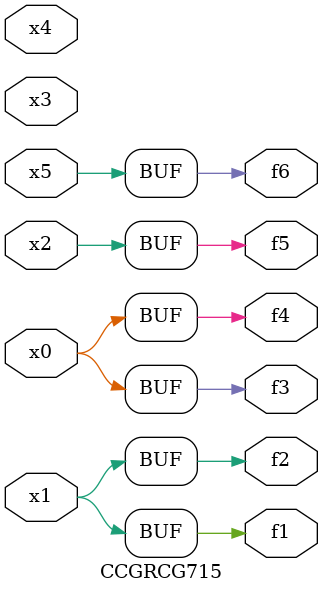
<source format=v>
module CCGRCG715(
	input x0, x1, x2, x3, x4, x5,
	output f1, f2, f3, f4, f5, f6
);
	assign f1 = x1;
	assign f2 = x1;
	assign f3 = x0;
	assign f4 = x0;
	assign f5 = x2;
	assign f6 = x5;
endmodule

</source>
